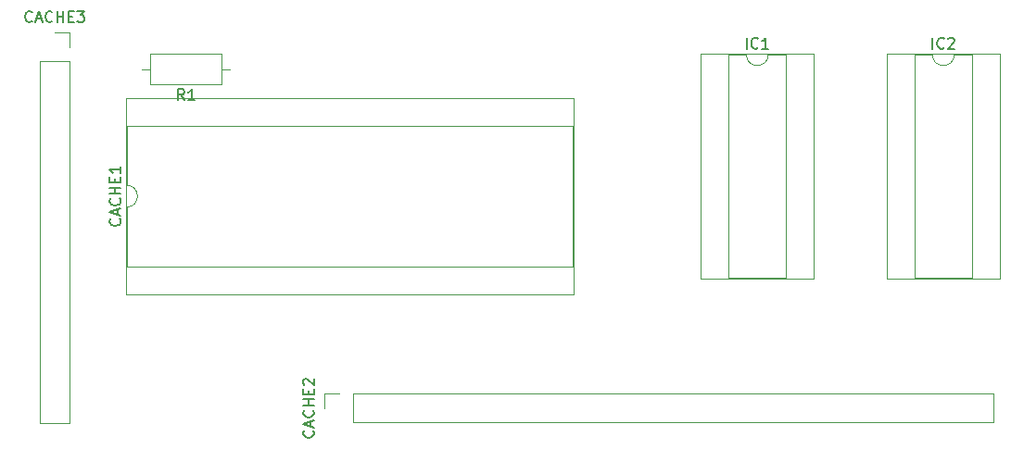
<source format=gbr>
%TF.GenerationSoftware,KiCad,Pcbnew,7.0.2*%
%TF.CreationDate,2023-06-27T23:28:25+01:00*%
%TF.ProjectId,IOCACHE-128K_ZXspectrum_impl_narrow,494f4341-4348-4452-9d31-32384b5f5a58,rev?*%
%TF.SameCoordinates,PX4c4b400PY53ec600*%
%TF.FileFunction,Legend,Top*%
%TF.FilePolarity,Positive*%
%FSLAX46Y46*%
G04 Gerber Fmt 4.6, Leading zero omitted, Abs format (unit mm)*
G04 Created by KiCad (PCBNEW 7.0.2) date 2023-06-27 23:28:25*
%MOMM*%
%LPD*%
G01*
G04 APERTURE LIST*
%ADD10C,0.150000*%
%ADD11C,0.120000*%
G04 APERTURE END LIST*
D10*
%TO.C,CACHE2*%
X27597380Y-43071428D02*
X27645000Y-43119047D01*
X27645000Y-43119047D02*
X27692619Y-43261904D01*
X27692619Y-43261904D02*
X27692619Y-43357142D01*
X27692619Y-43357142D02*
X27645000Y-43499999D01*
X27645000Y-43499999D02*
X27549761Y-43595237D01*
X27549761Y-43595237D02*
X27454523Y-43642856D01*
X27454523Y-43642856D02*
X27264047Y-43690475D01*
X27264047Y-43690475D02*
X27121190Y-43690475D01*
X27121190Y-43690475D02*
X26930714Y-43642856D01*
X26930714Y-43642856D02*
X26835476Y-43595237D01*
X26835476Y-43595237D02*
X26740238Y-43499999D01*
X26740238Y-43499999D02*
X26692619Y-43357142D01*
X26692619Y-43357142D02*
X26692619Y-43261904D01*
X26692619Y-43261904D02*
X26740238Y-43119047D01*
X26740238Y-43119047D02*
X26787857Y-43071428D01*
X27406904Y-42690475D02*
X27406904Y-42214285D01*
X27692619Y-42785713D02*
X26692619Y-42452380D01*
X26692619Y-42452380D02*
X27692619Y-42119047D01*
X27597380Y-41214285D02*
X27645000Y-41261904D01*
X27645000Y-41261904D02*
X27692619Y-41404761D01*
X27692619Y-41404761D02*
X27692619Y-41499999D01*
X27692619Y-41499999D02*
X27645000Y-41642856D01*
X27645000Y-41642856D02*
X27549761Y-41738094D01*
X27549761Y-41738094D02*
X27454523Y-41785713D01*
X27454523Y-41785713D02*
X27264047Y-41833332D01*
X27264047Y-41833332D02*
X27121190Y-41833332D01*
X27121190Y-41833332D02*
X26930714Y-41785713D01*
X26930714Y-41785713D02*
X26835476Y-41738094D01*
X26835476Y-41738094D02*
X26740238Y-41642856D01*
X26740238Y-41642856D02*
X26692619Y-41499999D01*
X26692619Y-41499999D02*
X26692619Y-41404761D01*
X26692619Y-41404761D02*
X26740238Y-41261904D01*
X26740238Y-41261904D02*
X26787857Y-41214285D01*
X27692619Y-40785713D02*
X26692619Y-40785713D01*
X27168809Y-40785713D02*
X27168809Y-40214285D01*
X27692619Y-40214285D02*
X26692619Y-40214285D01*
X27168809Y-39738094D02*
X27168809Y-39404761D01*
X27692619Y-39261904D02*
X27692619Y-39738094D01*
X27692619Y-39738094D02*
X26692619Y-39738094D01*
X26692619Y-39738094D02*
X26692619Y-39261904D01*
X26787857Y-38880951D02*
X26740238Y-38833332D01*
X26740238Y-38833332D02*
X26692619Y-38738094D01*
X26692619Y-38738094D02*
X26692619Y-38499999D01*
X26692619Y-38499999D02*
X26740238Y-38404761D01*
X26740238Y-38404761D02*
X26787857Y-38357142D01*
X26787857Y-38357142D02*
X26883095Y-38309523D01*
X26883095Y-38309523D02*
X26978333Y-38309523D01*
X26978333Y-38309523D02*
X27121190Y-38357142D01*
X27121190Y-38357142D02*
X27692619Y-38928570D01*
X27692619Y-38928570D02*
X27692619Y-38309523D01*
%TO.C,IC1*%
X67213810Y-8132619D02*
X67213810Y-7132619D01*
X68261428Y-8037380D02*
X68213809Y-8085000D01*
X68213809Y-8085000D02*
X68070952Y-8132619D01*
X68070952Y-8132619D02*
X67975714Y-8132619D01*
X67975714Y-8132619D02*
X67832857Y-8085000D01*
X67832857Y-8085000D02*
X67737619Y-7989761D01*
X67737619Y-7989761D02*
X67690000Y-7894523D01*
X67690000Y-7894523D02*
X67642381Y-7704047D01*
X67642381Y-7704047D02*
X67642381Y-7561190D01*
X67642381Y-7561190D02*
X67690000Y-7370714D01*
X67690000Y-7370714D02*
X67737619Y-7275476D01*
X67737619Y-7275476D02*
X67832857Y-7180238D01*
X67832857Y-7180238D02*
X67975714Y-7132619D01*
X67975714Y-7132619D02*
X68070952Y-7132619D01*
X68070952Y-7132619D02*
X68213809Y-7180238D01*
X68213809Y-7180238D02*
X68261428Y-7227857D01*
X69213809Y-8132619D02*
X68642381Y-8132619D01*
X68928095Y-8132619D02*
X68928095Y-7132619D01*
X68928095Y-7132619D02*
X68832857Y-7275476D01*
X68832857Y-7275476D02*
X68737619Y-7370714D01*
X68737619Y-7370714D02*
X68642381Y-7418333D01*
%TO.C,IC2*%
X84213810Y-8132619D02*
X84213810Y-7132619D01*
X85261428Y-8037380D02*
X85213809Y-8085000D01*
X85213809Y-8085000D02*
X85070952Y-8132619D01*
X85070952Y-8132619D02*
X84975714Y-8132619D01*
X84975714Y-8132619D02*
X84832857Y-8085000D01*
X84832857Y-8085000D02*
X84737619Y-7989761D01*
X84737619Y-7989761D02*
X84690000Y-7894523D01*
X84690000Y-7894523D02*
X84642381Y-7704047D01*
X84642381Y-7704047D02*
X84642381Y-7561190D01*
X84642381Y-7561190D02*
X84690000Y-7370714D01*
X84690000Y-7370714D02*
X84737619Y-7275476D01*
X84737619Y-7275476D02*
X84832857Y-7180238D01*
X84832857Y-7180238D02*
X84975714Y-7132619D01*
X84975714Y-7132619D02*
X85070952Y-7132619D01*
X85070952Y-7132619D02*
X85213809Y-7180238D01*
X85213809Y-7180238D02*
X85261428Y-7227857D01*
X85642381Y-7227857D02*
X85690000Y-7180238D01*
X85690000Y-7180238D02*
X85785238Y-7132619D01*
X85785238Y-7132619D02*
X86023333Y-7132619D01*
X86023333Y-7132619D02*
X86118571Y-7180238D01*
X86118571Y-7180238D02*
X86166190Y-7227857D01*
X86166190Y-7227857D02*
X86213809Y-7323095D01*
X86213809Y-7323095D02*
X86213809Y-7418333D01*
X86213809Y-7418333D02*
X86166190Y-7561190D01*
X86166190Y-7561190D02*
X85594762Y-8132619D01*
X85594762Y-8132619D02*
X86213809Y-8132619D01*
%TO.C,CACHE3*%
X1928571Y-5597380D02*
X1880952Y-5645000D01*
X1880952Y-5645000D02*
X1738095Y-5692619D01*
X1738095Y-5692619D02*
X1642857Y-5692619D01*
X1642857Y-5692619D02*
X1500000Y-5645000D01*
X1500000Y-5645000D02*
X1404762Y-5549761D01*
X1404762Y-5549761D02*
X1357143Y-5454523D01*
X1357143Y-5454523D02*
X1309524Y-5264047D01*
X1309524Y-5264047D02*
X1309524Y-5121190D01*
X1309524Y-5121190D02*
X1357143Y-4930714D01*
X1357143Y-4930714D02*
X1404762Y-4835476D01*
X1404762Y-4835476D02*
X1500000Y-4740238D01*
X1500000Y-4740238D02*
X1642857Y-4692619D01*
X1642857Y-4692619D02*
X1738095Y-4692619D01*
X1738095Y-4692619D02*
X1880952Y-4740238D01*
X1880952Y-4740238D02*
X1928571Y-4787857D01*
X2309524Y-5406904D02*
X2785714Y-5406904D01*
X2214286Y-5692619D02*
X2547619Y-4692619D01*
X2547619Y-4692619D02*
X2880952Y-5692619D01*
X3785714Y-5597380D02*
X3738095Y-5645000D01*
X3738095Y-5645000D02*
X3595238Y-5692619D01*
X3595238Y-5692619D02*
X3500000Y-5692619D01*
X3500000Y-5692619D02*
X3357143Y-5645000D01*
X3357143Y-5645000D02*
X3261905Y-5549761D01*
X3261905Y-5549761D02*
X3214286Y-5454523D01*
X3214286Y-5454523D02*
X3166667Y-5264047D01*
X3166667Y-5264047D02*
X3166667Y-5121190D01*
X3166667Y-5121190D02*
X3214286Y-4930714D01*
X3214286Y-4930714D02*
X3261905Y-4835476D01*
X3261905Y-4835476D02*
X3357143Y-4740238D01*
X3357143Y-4740238D02*
X3500000Y-4692619D01*
X3500000Y-4692619D02*
X3595238Y-4692619D01*
X3595238Y-4692619D02*
X3738095Y-4740238D01*
X3738095Y-4740238D02*
X3785714Y-4787857D01*
X4214286Y-5692619D02*
X4214286Y-4692619D01*
X4214286Y-5168809D02*
X4785714Y-5168809D01*
X4785714Y-5692619D02*
X4785714Y-4692619D01*
X5261905Y-5168809D02*
X5595238Y-5168809D01*
X5738095Y-5692619D02*
X5261905Y-5692619D01*
X5261905Y-5692619D02*
X5261905Y-4692619D01*
X5261905Y-4692619D02*
X5738095Y-4692619D01*
X6071429Y-4692619D02*
X6690476Y-4692619D01*
X6690476Y-4692619D02*
X6357143Y-5073571D01*
X6357143Y-5073571D02*
X6500000Y-5073571D01*
X6500000Y-5073571D02*
X6595238Y-5121190D01*
X6595238Y-5121190D02*
X6642857Y-5168809D01*
X6642857Y-5168809D02*
X6690476Y-5264047D01*
X6690476Y-5264047D02*
X6690476Y-5502142D01*
X6690476Y-5502142D02*
X6642857Y-5597380D01*
X6642857Y-5597380D02*
X6595238Y-5645000D01*
X6595238Y-5645000D02*
X6500000Y-5692619D01*
X6500000Y-5692619D02*
X6214286Y-5692619D01*
X6214286Y-5692619D02*
X6119048Y-5645000D01*
X6119048Y-5645000D02*
X6071429Y-5597380D01*
%TO.C,CACHE1*%
X9937380Y-23691428D02*
X9985000Y-23739047D01*
X9985000Y-23739047D02*
X10032619Y-23881904D01*
X10032619Y-23881904D02*
X10032619Y-23977142D01*
X10032619Y-23977142D02*
X9985000Y-24119999D01*
X9985000Y-24119999D02*
X9889761Y-24215237D01*
X9889761Y-24215237D02*
X9794523Y-24262856D01*
X9794523Y-24262856D02*
X9604047Y-24310475D01*
X9604047Y-24310475D02*
X9461190Y-24310475D01*
X9461190Y-24310475D02*
X9270714Y-24262856D01*
X9270714Y-24262856D02*
X9175476Y-24215237D01*
X9175476Y-24215237D02*
X9080238Y-24119999D01*
X9080238Y-24119999D02*
X9032619Y-23977142D01*
X9032619Y-23977142D02*
X9032619Y-23881904D01*
X9032619Y-23881904D02*
X9080238Y-23739047D01*
X9080238Y-23739047D02*
X9127857Y-23691428D01*
X9746904Y-23310475D02*
X9746904Y-22834285D01*
X10032619Y-23405713D02*
X9032619Y-23072380D01*
X9032619Y-23072380D02*
X10032619Y-22739047D01*
X9937380Y-21834285D02*
X9985000Y-21881904D01*
X9985000Y-21881904D02*
X10032619Y-22024761D01*
X10032619Y-22024761D02*
X10032619Y-22119999D01*
X10032619Y-22119999D02*
X9985000Y-22262856D01*
X9985000Y-22262856D02*
X9889761Y-22358094D01*
X9889761Y-22358094D02*
X9794523Y-22405713D01*
X9794523Y-22405713D02*
X9604047Y-22453332D01*
X9604047Y-22453332D02*
X9461190Y-22453332D01*
X9461190Y-22453332D02*
X9270714Y-22405713D01*
X9270714Y-22405713D02*
X9175476Y-22358094D01*
X9175476Y-22358094D02*
X9080238Y-22262856D01*
X9080238Y-22262856D02*
X9032619Y-22119999D01*
X9032619Y-22119999D02*
X9032619Y-22024761D01*
X9032619Y-22024761D02*
X9080238Y-21881904D01*
X9080238Y-21881904D02*
X9127857Y-21834285D01*
X10032619Y-21405713D02*
X9032619Y-21405713D01*
X9508809Y-21405713D02*
X9508809Y-20834285D01*
X10032619Y-20834285D02*
X9032619Y-20834285D01*
X9508809Y-20358094D02*
X9508809Y-20024761D01*
X10032619Y-19881904D02*
X10032619Y-20358094D01*
X10032619Y-20358094D02*
X9032619Y-20358094D01*
X9032619Y-20358094D02*
X9032619Y-19881904D01*
X10032619Y-18929523D02*
X10032619Y-19500951D01*
X10032619Y-19215237D02*
X9032619Y-19215237D01*
X9032619Y-19215237D02*
X9175476Y-19310475D01*
X9175476Y-19310475D02*
X9270714Y-19405713D01*
X9270714Y-19405713D02*
X9318333Y-19500951D01*
%TO.C,R1*%
X15833333Y-12832619D02*
X15500000Y-12356428D01*
X15261905Y-12832619D02*
X15261905Y-11832619D01*
X15261905Y-11832619D02*
X15642857Y-11832619D01*
X15642857Y-11832619D02*
X15738095Y-11880238D01*
X15738095Y-11880238D02*
X15785714Y-11927857D01*
X15785714Y-11927857D02*
X15833333Y-12023095D01*
X15833333Y-12023095D02*
X15833333Y-12165952D01*
X15833333Y-12165952D02*
X15785714Y-12261190D01*
X15785714Y-12261190D02*
X15738095Y-12308809D01*
X15738095Y-12308809D02*
X15642857Y-12356428D01*
X15642857Y-12356428D02*
X15261905Y-12356428D01*
X16785714Y-12832619D02*
X16214286Y-12832619D01*
X16500000Y-12832619D02*
X16500000Y-11832619D01*
X16500000Y-11832619D02*
X16404762Y-11975476D01*
X16404762Y-11975476D02*
X16309524Y-12070714D01*
X16309524Y-12070714D02*
X16214286Y-12118333D01*
D11*
%TO.C,CACHE2*%
X31270000Y-42330000D02*
X89750000Y-42330000D01*
X31270000Y-42330000D02*
X31270000Y-39670000D01*
X89750000Y-42330000D02*
X89750000Y-39670000D01*
X28670000Y-41000000D02*
X28670000Y-39670000D01*
X28670000Y-39670000D02*
X30000000Y-39670000D01*
X31270000Y-39670000D02*
X89750000Y-39670000D01*
%TO.C,IC1*%
X63050000Y-8610000D02*
X63050000Y-29170000D01*
X63050000Y-29170000D02*
X73330000Y-29170000D01*
X65540000Y-8670000D02*
X65540000Y-29110000D01*
X65540000Y-29110000D02*
X70840000Y-29110000D01*
X67190000Y-8670000D02*
X65540000Y-8670000D01*
X70840000Y-8670000D02*
X69190000Y-8670000D01*
X70840000Y-29110000D02*
X70840000Y-8670000D01*
X73330000Y-8610000D02*
X63050000Y-8610000D01*
X73330000Y-29170000D02*
X73330000Y-8610000D01*
X67190000Y-8670000D02*
G75*
G03*
X69190000Y-8670000I1000000J0D01*
G01*
%TO.C,IC2*%
X80050000Y-8610000D02*
X80050000Y-29170000D01*
X80050000Y-29170000D02*
X90330000Y-29170000D01*
X82540000Y-8670000D02*
X82540000Y-29110000D01*
X82540000Y-29110000D02*
X87840000Y-29110000D01*
X84190000Y-8670000D02*
X82540000Y-8670000D01*
X87840000Y-8670000D02*
X86190000Y-8670000D01*
X87840000Y-29110000D02*
X87840000Y-8670000D01*
X90330000Y-8610000D02*
X80050000Y-8610000D01*
X90330000Y-29170000D02*
X90330000Y-8610000D01*
X84190000Y-8670000D02*
G75*
G03*
X86190000Y-8670000I1000000J0D01*
G01*
%TO.C,CACHE3*%
X2670000Y-9270000D02*
X2670000Y-42350000D01*
X2670000Y-9270000D02*
X5330000Y-9270000D01*
X2670000Y-42350000D02*
X5330000Y-42350000D01*
X4000000Y-6670000D02*
X5330000Y-6670000D01*
X5330000Y-6670000D02*
X5330000Y-8000000D01*
X5330000Y-9270000D02*
X5330000Y-42350000D01*
%TO.C,CACHE1*%
X10510000Y-30570000D02*
X51390000Y-30570000D01*
X51390000Y-30570000D02*
X51390000Y-12670000D01*
X10570000Y-28080000D02*
X51330000Y-28080000D01*
X51330000Y-28080000D02*
X51330000Y-15160000D01*
X10570000Y-22620000D02*
X10570000Y-28080000D01*
X10570000Y-15160000D02*
X10570000Y-20620000D01*
X51330000Y-15160000D02*
X10570000Y-15160000D01*
X10510000Y-12670000D02*
X10510000Y-30570000D01*
X51390000Y-12670000D02*
X10510000Y-12670000D01*
X10570000Y-22620000D02*
G75*
G03*
X10570000Y-20620000I0J1000000D01*
G01*
%TO.C,R1*%
X20040000Y-10000000D02*
X19270000Y-10000000D01*
X19270000Y-11370000D02*
X19270000Y-8630000D01*
X19270000Y-8630000D02*
X12730000Y-8630000D01*
X12730000Y-11370000D02*
X19270000Y-11370000D01*
X12730000Y-8630000D02*
X12730000Y-11370000D01*
X11960000Y-10000000D02*
X12730000Y-10000000D01*
%TD*%
M02*

</source>
